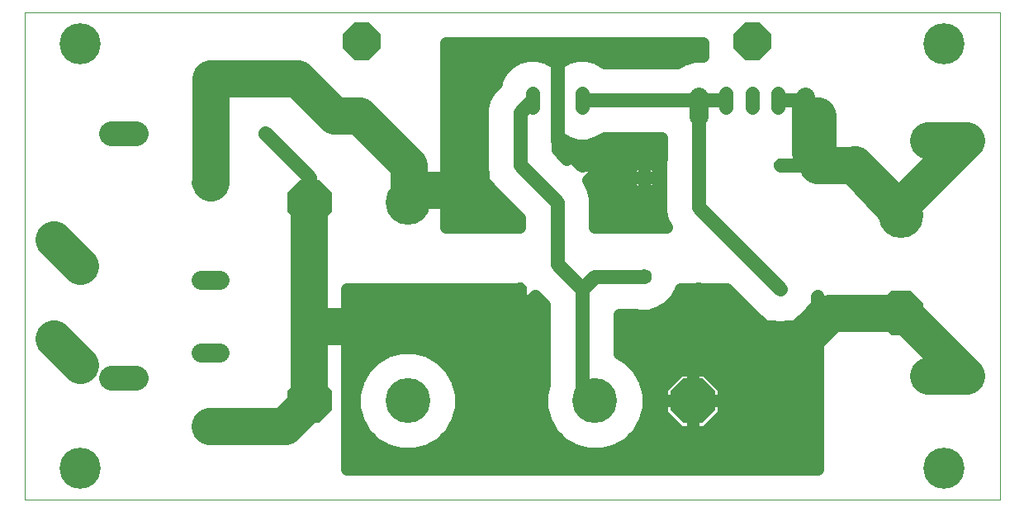
<source format=gtl>
G75*
%MOIN*%
%OFA0B0*%
%FSLAX25Y25*%
%IPPOS*%
%LPD*%
%AMOC8*
5,1,8,0,0,1.08239X$1,22.5*
%
%ADD10C,0.07810*%
%ADD11C,0.10000*%
%ADD12OC8,0.05175*%
%ADD13C,0.01136*%
%ADD14C,0.05680*%
%ADD15OC8,0.15024*%
%ADD16C,0.00000*%
%ADD17C,0.16598*%
%ADD18C,0.15024*%
%ADD19C,0.06248*%
%ADD20C,0.18100*%
%ADD21OC8,0.18100*%
%ADD22C,0.05591*%
%ADD23C,0.05600*%
%ADD24C,0.05000*%
%ADD25C,0.03962*%
%ADD26C,0.15000*%
%ADD27C,0.01000*%
%ADD28C,0.03200*%
%ADD29C,0.01600*%
D10*
X0076132Y0037864D02*
X0083942Y0037864D01*
X0083942Y0067392D02*
X0076132Y0067392D01*
X0076132Y0096919D02*
X0083942Y0096919D01*
X0083942Y0136289D02*
X0076132Y0136289D01*
X0277277Y0162995D02*
X0277277Y0170805D01*
X0320277Y0170805D02*
X0320277Y0162995D01*
D11*
X0319836Y0163140D02*
X0319836Y0147939D01*
X0319836Y0163140D02*
X0319836Y0166900D01*
X0050037Y0155865D02*
X0040037Y0155865D01*
X0040037Y0057265D02*
X0050037Y0057265D01*
D12*
X0205037Y0093140D03*
X0230037Y0093140D03*
X0277084Y0093140D03*
X0310037Y0093140D03*
X0310037Y0143140D03*
X0277084Y0143140D03*
X0230037Y0143140D03*
X0205037Y0143140D03*
D13*
X0102481Y0154366D02*
X0103049Y0153798D01*
X0101167Y0153798D01*
X0099837Y0155128D01*
X0099837Y0157010D01*
X0101167Y0158340D01*
X0103049Y0158340D01*
X0104379Y0157010D01*
X0104379Y0155128D01*
X0103049Y0153798D01*
X0102696Y0154650D01*
X0101520Y0154650D01*
X0100689Y0155481D01*
X0100689Y0156657D01*
X0101520Y0157488D01*
X0102696Y0157488D01*
X0103527Y0156657D01*
X0103527Y0155481D01*
X0102696Y0154650D01*
X0102343Y0155502D01*
X0101873Y0155502D01*
X0101541Y0155834D01*
X0101541Y0156304D01*
X0101873Y0156636D01*
X0102343Y0156636D01*
X0102675Y0156304D01*
X0102675Y0155834D01*
X0102343Y0155502D01*
X0081267Y0175579D02*
X0081835Y0175011D01*
X0079953Y0175011D01*
X0078623Y0176341D01*
X0078623Y0178223D01*
X0079953Y0179553D01*
X0081835Y0179553D01*
X0083165Y0178223D01*
X0083165Y0176341D01*
X0081835Y0175011D01*
X0081482Y0175863D01*
X0080306Y0175863D01*
X0079475Y0176694D01*
X0079475Y0177870D01*
X0080306Y0178701D01*
X0081482Y0178701D01*
X0082313Y0177870D01*
X0082313Y0176694D01*
X0081482Y0175863D01*
X0081129Y0176715D01*
X0080659Y0176715D01*
X0080327Y0177047D01*
X0080327Y0177517D01*
X0080659Y0177849D01*
X0081129Y0177849D01*
X0081461Y0177517D01*
X0081461Y0177047D01*
X0081129Y0176715D01*
D14*
X0210037Y0172240D02*
X0210037Y0166560D01*
X0220037Y0166560D02*
X0220037Y0172240D01*
X0230037Y0172240D02*
X0230037Y0166560D01*
D15*
X0298777Y0193140D03*
X0141296Y0193140D03*
D16*
X0005037Y0204990D02*
X0005037Y0008140D01*
X0398737Y0008140D01*
X0398737Y0204990D01*
X0005037Y0204990D01*
D17*
X0027674Y0192195D03*
X0027674Y0020935D03*
X0376100Y0020935D03*
X0376100Y0192195D03*
D18*
X0370013Y0153140D02*
X0385037Y0153140D01*
X0385037Y0058140D02*
X0370013Y0058140D01*
X0027471Y0062516D02*
X0016848Y0073140D01*
X0027471Y0102516D02*
X0016848Y0113140D01*
D19*
X0255037Y0098140D03*
X0255037Y0138140D03*
D20*
X0159722Y0128140D03*
X0159722Y0048140D03*
X0235351Y0048140D03*
X0358698Y0122825D03*
D21*
X0358698Y0083455D03*
X0274722Y0048140D03*
X0120351Y0048140D03*
X0120351Y0128140D03*
D22*
X0288304Y0166604D02*
X0288304Y0172195D01*
X0298777Y0172195D02*
X0298777Y0166604D01*
X0309249Y0166604D02*
X0309249Y0172195D01*
D23*
X0309249Y0169400D02*
X0320277Y0169400D01*
X0320277Y0166900D01*
X0325037Y0162140D01*
X0325037Y0146565D01*
X0321611Y0143140D01*
X0310037Y0143140D01*
X0277277Y0143140D02*
X0277084Y0143140D01*
X0277084Y0126093D01*
X0310037Y0093140D01*
X0255037Y0098140D02*
X0235037Y0098140D01*
X0230037Y0093140D01*
X0230037Y0053455D01*
X0235351Y0048140D01*
X0230037Y0093140D02*
X0220037Y0103140D01*
X0220037Y0128140D01*
X0205037Y0143140D01*
X0205037Y0164400D01*
X0210037Y0169400D01*
X0220037Y0169400D02*
X0220037Y0153140D01*
X0230037Y0143140D01*
X0277084Y0143140D02*
X0277237Y0143293D01*
X0277277Y0143140D02*
X0277277Y0166900D01*
X0277237Y0166900D01*
X0274737Y0169400D01*
X0230037Y0169400D01*
X0220037Y0169400D02*
X0220037Y0188140D01*
X0277277Y0169400D02*
X0277277Y0166900D01*
X0277277Y0169400D02*
X0288304Y0169400D01*
X0120037Y0138219D02*
X0120037Y0128533D01*
X0120037Y0138140D02*
X0102108Y0156069D01*
D24*
X0175037Y0158095D02*
X0189894Y0158095D01*
X0189894Y0163094D02*
X0175037Y0163094D01*
X0175037Y0168092D02*
X0190349Y0168092D01*
X0189894Y0166393D02*
X0189894Y0141146D01*
X0190107Y0140353D01*
X0190107Y0136956D01*
X0192509Y0134553D01*
X0192919Y0133842D01*
X0195739Y0131023D01*
X0204894Y0121868D01*
X0204894Y0118140D01*
X0175037Y0118140D01*
X0175037Y0192648D01*
X0278922Y0192648D01*
X0278922Y0187052D01*
X0275138Y0187052D01*
X0271005Y0185945D01*
X0268576Y0184542D01*
X0239093Y0184542D01*
X0235897Y0186387D01*
X0232035Y0187422D01*
X0228038Y0187422D01*
X0224176Y0186387D01*
X0220714Y0184389D01*
X0220037Y0183711D01*
X0219359Y0184389D01*
X0215897Y0186387D01*
X0212035Y0187422D01*
X0208038Y0187422D01*
X0204176Y0186387D01*
X0200714Y0184389D01*
X0197887Y0181562D01*
X0195889Y0178100D01*
X0195364Y0176142D01*
X0192919Y0173697D01*
X0190926Y0170244D01*
X0189894Y0166393D01*
X0192569Y0173091D02*
X0175037Y0173091D01*
X0175037Y0178089D02*
X0195886Y0178089D01*
X0199413Y0183088D02*
X0175037Y0183088D01*
X0175037Y0188086D02*
X0278922Y0188086D01*
X0262134Y0154257D02*
X0239093Y0154257D01*
X0235897Y0152412D01*
X0232035Y0151377D01*
X0228038Y0151377D01*
X0224176Y0152412D01*
X0220714Y0154411D01*
X0220179Y0154946D01*
X0220179Y0149412D01*
X0223949Y0145642D01*
X0223949Y0145661D01*
X0227515Y0149227D01*
X0230036Y0149227D01*
X0230036Y0143140D01*
X0230037Y0143140D01*
X0236124Y0143140D01*
X0236124Y0145661D01*
X0232558Y0149227D01*
X0230037Y0149227D01*
X0230037Y0143140D01*
X0230037Y0143140D01*
X0236124Y0143140D01*
X0236124Y0140618D01*
X0232558Y0137052D01*
X0232376Y0137052D01*
X0234147Y0133985D01*
X0235179Y0130133D01*
X0235179Y0118140D01*
X0264190Y0118140D01*
X0262973Y0120248D01*
X0261941Y0124099D01*
X0261941Y0145133D01*
X0262134Y0145853D01*
X0262134Y0154257D01*
X0262134Y0153097D02*
X0237083Y0153097D01*
X0233687Y0148098D02*
X0262134Y0148098D01*
X0261941Y0143100D02*
X0259444Y0143100D01*
X0259413Y0143131D02*
X0258725Y0143659D01*
X0257973Y0144093D01*
X0257170Y0144426D01*
X0256332Y0144650D01*
X0255471Y0144764D01*
X0255037Y0144764D01*
X0255037Y0138140D01*
X0261661Y0138140D01*
X0261661Y0138574D01*
X0261547Y0139435D01*
X0261322Y0140274D01*
X0260990Y0141076D01*
X0260556Y0141828D01*
X0260027Y0142517D01*
X0259413Y0143131D01*
X0255037Y0143100D02*
X0255036Y0143100D01*
X0255036Y0144764D02*
X0254602Y0144764D01*
X0253741Y0144650D01*
X0252903Y0144426D01*
X0252101Y0144093D01*
X0251349Y0143659D01*
X0250660Y0143131D01*
X0250046Y0142517D01*
X0249517Y0141828D01*
X0249083Y0141076D01*
X0248751Y0140274D01*
X0248526Y0139435D01*
X0248413Y0138574D01*
X0248413Y0138140D01*
X0255036Y0138140D01*
X0255036Y0138140D01*
X0255036Y0144764D01*
X0250629Y0143100D02*
X0236124Y0143100D01*
X0230036Y0148098D02*
X0230037Y0148098D01*
X0226386Y0148098D02*
X0221493Y0148098D01*
X0220179Y0153097D02*
X0222990Y0153097D01*
X0233607Y0138101D02*
X0248413Y0138101D01*
X0248413Y0138140D02*
X0248413Y0137706D01*
X0248526Y0136845D01*
X0248751Y0136006D01*
X0249083Y0135204D01*
X0249517Y0134452D01*
X0250046Y0133763D01*
X0250660Y0133149D01*
X0251349Y0132620D01*
X0252101Y0132186D01*
X0252903Y0131854D01*
X0253741Y0131629D01*
X0254602Y0131516D01*
X0255036Y0131516D01*
X0255036Y0138140D01*
X0255037Y0138140D01*
X0255037Y0138140D01*
X0261661Y0138140D01*
X0261661Y0137706D01*
X0261547Y0136845D01*
X0261322Y0136006D01*
X0260990Y0135204D01*
X0260556Y0134452D01*
X0260027Y0133763D01*
X0259413Y0133149D01*
X0258725Y0132620D01*
X0257973Y0132186D01*
X0257170Y0131854D01*
X0256332Y0131629D01*
X0255471Y0131516D01*
X0255037Y0131516D01*
X0255037Y0138140D01*
X0255036Y0138140D01*
X0248413Y0138140D01*
X0250720Y0133103D02*
X0234383Y0133103D01*
X0235179Y0128104D02*
X0261941Y0128104D01*
X0261941Y0133103D02*
X0259353Y0133103D01*
X0255037Y0133103D02*
X0255036Y0133103D01*
X0255036Y0138101D02*
X0255037Y0138101D01*
X0261661Y0138101D02*
X0261941Y0138101D01*
X0262207Y0123106D02*
X0235179Y0123106D01*
X0203656Y0123106D02*
X0175037Y0123106D01*
X0175037Y0128104D02*
X0198657Y0128104D01*
X0195739Y0131023D02*
X0195739Y0131023D01*
X0193659Y0133103D02*
X0175037Y0133103D01*
X0175037Y0138101D02*
X0190107Y0138101D01*
X0189894Y0143100D02*
X0175037Y0143100D01*
X0175037Y0148098D02*
X0189894Y0148098D01*
X0189894Y0153097D02*
X0175037Y0153097D01*
X0198949Y0093140D02*
X0198949Y0090618D01*
X0202515Y0087052D01*
X0205036Y0087052D01*
X0205036Y0093140D01*
X0205036Y0093140D01*
X0135037Y0093140D01*
X0135037Y0020482D01*
X0325037Y0020482D01*
X0325037Y0090614D01*
X0324966Y0090353D01*
X0324966Y0086956D01*
X0322564Y0084553D01*
X0322154Y0083842D01*
X0319334Y0081023D01*
X0318623Y0080612D01*
X0316221Y0078210D01*
X0312823Y0078210D01*
X0312030Y0077997D01*
X0308043Y0077997D01*
X0307250Y0078210D01*
X0303852Y0078210D01*
X0301450Y0080612D01*
X0300739Y0081023D01*
X0288622Y0093140D01*
X0277084Y0093140D01*
X0277084Y0093140D01*
X0283171Y0093140D01*
X0283171Y0090618D01*
X0279605Y0087052D01*
X0277084Y0087052D01*
X0277084Y0093140D01*
X0277084Y0093140D01*
X0277084Y0093140D01*
X0269709Y0093140D01*
X0269449Y0092170D01*
X0267413Y0088643D01*
X0264533Y0085763D01*
X0261006Y0083727D01*
X0257073Y0082673D01*
X0253000Y0082673D01*
X0251791Y0082997D01*
X0245179Y0082997D01*
X0245179Y0067168D01*
X0248487Y0065258D01*
X0252470Y0061275D01*
X0255286Y0056397D01*
X0256744Y0050956D01*
X0256744Y0045323D01*
X0255286Y0039883D01*
X0252470Y0035004D01*
X0248487Y0031021D01*
X0243609Y0028205D01*
X0238168Y0026747D01*
X0232535Y0026747D01*
X0227094Y0028205D01*
X0222216Y0031021D01*
X0218233Y0035004D01*
X0215417Y0039883D01*
X0213959Y0045323D01*
X0213959Y0050956D01*
X0214894Y0054446D01*
X0214894Y0086868D01*
X0211124Y0090638D01*
X0211124Y0090618D01*
X0207558Y0087052D01*
X0205037Y0087052D01*
X0205037Y0093140D01*
X0205036Y0093140D01*
X0198949Y0093140D01*
X0198949Y0093114D02*
X0135037Y0093114D01*
X0135037Y0088116D02*
X0201451Y0088116D01*
X0205036Y0088116D02*
X0205037Y0088116D01*
X0208622Y0088116D02*
X0213646Y0088116D01*
X0214894Y0083117D02*
X0135037Y0083117D01*
X0135037Y0078119D02*
X0214894Y0078119D01*
X0214894Y0073120D02*
X0135037Y0073120D01*
X0135037Y0068122D02*
X0151642Y0068122D01*
X0151464Y0068074D02*
X0146586Y0065258D01*
X0142603Y0061275D01*
X0139787Y0056397D01*
X0138329Y0050956D01*
X0138329Y0045323D01*
X0139787Y0039883D01*
X0142603Y0035004D01*
X0146586Y0031021D01*
X0151464Y0028205D01*
X0156905Y0026747D01*
X0162538Y0026747D01*
X0167979Y0028205D01*
X0172857Y0031021D01*
X0176840Y0035004D01*
X0179656Y0039883D01*
X0181114Y0045323D01*
X0181114Y0050956D01*
X0179656Y0056397D01*
X0176840Y0061275D01*
X0172857Y0065258D01*
X0167979Y0068074D01*
X0162538Y0069532D01*
X0156905Y0069532D01*
X0151464Y0068074D01*
X0144452Y0063123D02*
X0135037Y0063123D01*
X0135037Y0058125D02*
X0140785Y0058125D01*
X0138911Y0053126D02*
X0135037Y0053126D01*
X0135037Y0048128D02*
X0138329Y0048128D01*
X0138917Y0043129D02*
X0135037Y0043129D01*
X0135037Y0038131D02*
X0140798Y0038131D01*
X0144475Y0033132D02*
X0135037Y0033132D01*
X0135037Y0028134D02*
X0151730Y0028134D01*
X0167713Y0028134D02*
X0227360Y0028134D01*
X0220105Y0033132D02*
X0174968Y0033132D01*
X0178645Y0038131D02*
X0216428Y0038131D01*
X0214547Y0043129D02*
X0180526Y0043129D01*
X0181114Y0048128D02*
X0213959Y0048128D01*
X0214540Y0053126D02*
X0180533Y0053126D01*
X0178659Y0058125D02*
X0214894Y0058125D01*
X0214894Y0063123D02*
X0174992Y0063123D01*
X0167802Y0068122D02*
X0214894Y0068122D01*
X0245179Y0068122D02*
X0325037Y0068122D01*
X0325037Y0063123D02*
X0250621Y0063123D01*
X0254289Y0058125D02*
X0266958Y0058125D01*
X0269523Y0060690D02*
X0262172Y0053338D01*
X0262172Y0048140D01*
X0274721Y0048140D01*
X0274721Y0048140D01*
X0274721Y0060690D01*
X0269523Y0060690D01*
X0274722Y0060690D02*
X0279920Y0060690D01*
X0287272Y0053338D01*
X0287272Y0048140D01*
X0274722Y0048140D01*
X0274722Y0048140D01*
X0274721Y0048140D01*
X0262172Y0048140D01*
X0262172Y0042941D01*
X0269523Y0035590D01*
X0274721Y0035590D01*
X0274721Y0048140D01*
X0274722Y0048140D01*
X0274722Y0060690D01*
X0274721Y0058125D02*
X0274722Y0058125D01*
X0282485Y0058125D02*
X0325037Y0058125D01*
X0325037Y0053126D02*
X0287272Y0053126D01*
X0287272Y0048140D02*
X0274722Y0048140D01*
X0274722Y0035590D01*
X0279920Y0035590D01*
X0287272Y0042941D01*
X0287272Y0048140D01*
X0287272Y0048128D02*
X0325037Y0048128D01*
X0325037Y0043129D02*
X0287272Y0043129D01*
X0282461Y0038131D02*
X0325037Y0038131D01*
X0325037Y0033132D02*
X0250598Y0033132D01*
X0254275Y0038131D02*
X0266982Y0038131D01*
X0274721Y0038131D02*
X0274722Y0038131D01*
X0274721Y0043129D02*
X0274722Y0043129D01*
X0274721Y0048128D02*
X0274722Y0048128D01*
X0274721Y0053126D02*
X0274722Y0053126D01*
X0262172Y0053126D02*
X0256162Y0053126D01*
X0256744Y0048128D02*
X0262172Y0048128D01*
X0262172Y0043129D02*
X0256156Y0043129D01*
X0243343Y0028134D02*
X0325037Y0028134D01*
X0325037Y0023135D02*
X0135037Y0023135D01*
X0245179Y0073120D02*
X0325037Y0073120D01*
X0325037Y0078119D02*
X0312484Y0078119D01*
X0307589Y0078119D02*
X0245179Y0078119D01*
X0258730Y0083117D02*
X0298644Y0083117D01*
X0293646Y0088116D02*
X0280669Y0088116D01*
X0277084Y0088116D02*
X0277084Y0088116D01*
X0277084Y0087052D02*
X0277084Y0093140D01*
X0270996Y0093140D01*
X0270996Y0090618D01*
X0274562Y0087052D01*
X0277084Y0087052D01*
X0273499Y0088116D02*
X0266886Y0088116D01*
X0269702Y0093114D02*
X0270996Y0093114D01*
X0277084Y0093114D02*
X0277084Y0093114D01*
X0283171Y0093114D02*
X0288647Y0093114D01*
X0321429Y0083117D02*
X0325037Y0083117D01*
X0324966Y0088116D02*
X0325037Y0088116D01*
X0205037Y0093114D02*
X0205036Y0093114D01*
D25*
X0185037Y0088140D03*
X0185037Y0083140D03*
X0185037Y0078140D03*
X0210037Y0073140D03*
X0210037Y0068140D03*
X0210037Y0063140D03*
X0250037Y0073140D03*
X0250037Y0078140D03*
X0250037Y0083140D03*
X0320037Y0073140D03*
X0325037Y0073140D03*
X0325037Y0078140D03*
X0325037Y0068140D03*
X0320037Y0068140D03*
X0245037Y0123140D03*
X0180037Y0128140D03*
X0175037Y0128140D03*
X0175037Y0133140D03*
X0180037Y0133140D03*
X0180037Y0138140D03*
X0175037Y0138140D03*
X0175037Y0158140D03*
X0175037Y0178140D03*
X0195037Y0188140D03*
X0270037Y0188140D03*
X0135037Y0093140D03*
X0135037Y0083140D03*
X0135037Y0078140D03*
X0140037Y0078140D03*
X0135037Y0073140D03*
D26*
X0134722Y0078140D02*
X0120037Y0078140D01*
X0119722Y0078140D02*
X0119722Y0128140D01*
X0140037Y0163140D02*
X0160037Y0143140D01*
X0160037Y0133140D01*
X0180037Y0133140D01*
X0140037Y0163140D02*
X0130037Y0163140D01*
X0115037Y0178140D01*
X0080037Y0178140D01*
X0080037Y0136289D01*
X0119722Y0078140D02*
X0119722Y0048140D01*
X0120312Y0048100D02*
X0110076Y0037864D01*
X0110037Y0037825D01*
X0110037Y0037864D02*
X0079997Y0037864D01*
X0319722Y0072825D02*
X0330037Y0083140D01*
X0330037Y0083455D02*
X0358698Y0083455D01*
X0330351Y0083455D01*
X0358698Y0083455D02*
X0359722Y0083455D01*
X0385037Y0058140D01*
X0360351Y0123140D02*
X0340037Y0143455D01*
X0340037Y0143140D02*
X0325351Y0143140D01*
X0325037Y0146565D02*
X0325037Y0163140D01*
X0339722Y0143140D02*
X0358698Y0122825D01*
X0360037Y0128140D01*
X0385037Y0153140D01*
D27*
X0360133Y0123285D02*
X0336853Y0146565D01*
X0336296Y0146565D01*
X0325037Y0146565D02*
X0360133Y0123285D01*
X0360351Y0123140D01*
X0325037Y0146565D02*
X0319836Y0166900D01*
X0319836Y0163140D02*
X0320037Y0163140D01*
X0120037Y0128140D02*
X0120037Y0048140D01*
X0120351Y0048140D01*
X0084179Y0177282D02*
X0090037Y0183140D01*
X0085037Y0183140D01*
X0080037Y0178140D01*
X0080894Y0177282D02*
X0084179Y0177282D01*
D28*
X0120037Y0138140D02*
X0120037Y0128455D01*
X0120351Y0128140D01*
X0120037Y0078140D02*
X0119722Y0078140D01*
X0134722Y0078140D02*
X0135037Y0078140D01*
X0120351Y0048140D02*
X0110076Y0037864D01*
X0110037Y0037864D01*
X0340037Y0143140D02*
X0340037Y0143455D01*
D29*
X0120351Y0138219D02*
X0120351Y0128140D01*
X0120351Y0138219D02*
X0120037Y0138219D01*
M02*

</source>
